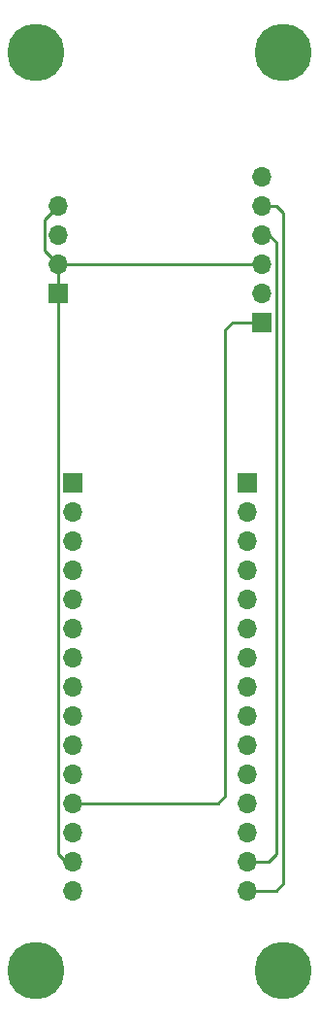
<source format=gbr>
%TF.GenerationSoftware,KiCad,Pcbnew,6.0.11-2627ca5db0~126~ubuntu20.04.1*%
%TF.CreationDate,2023-11-11T11:24:04-05:00*%
%TF.ProjectId,carrier-board,63617272-6965-4722-9d62-6f6172642e6b,rev?*%
%TF.SameCoordinates,Original*%
%TF.FileFunction,Copper,L1,Top*%
%TF.FilePolarity,Positive*%
%FSLAX46Y46*%
G04 Gerber Fmt 4.6, Leading zero omitted, Abs format (unit mm)*
G04 Created by KiCad (PCBNEW 6.0.11-2627ca5db0~126~ubuntu20.04.1) date 2023-11-11 11:24:04*
%MOMM*%
%LPD*%
G01*
G04 APERTURE LIST*
%TA.AperFunction,ComponentPad*%
%ADD10O,1.700000X1.700000*%
%TD*%
%TA.AperFunction,ComponentPad*%
%ADD11R,1.700000X1.700000*%
%TD*%
%TA.AperFunction,ComponentPad*%
%ADD12C,0.800000*%
%TD*%
%TA.AperFunction,ComponentPad*%
%ADD13C,5.000000*%
%TD*%
%TA.AperFunction,Conductor*%
%ADD14C,0.250000*%
%TD*%
G04 APERTURE END LIST*
D10*
%TO.P,STM1,15,Pin_15*%
%TO.N,unconnected-(STM1-Pad15)*%
X137835000Y-137820000D03*
%TO.P,STM1,14,GND*%
%TO.N,/GND*%
X137835000Y-135280000D03*
%TO.P,STM1,13,Pin_13*%
%TO.N,unconnected-(STM1-Pad13)*%
X137835000Y-132740000D03*
%TO.P,STM1,12,5V*%
%TO.N,Net-(BNO55_6P1-Pad1)*%
X137835000Y-130200000D03*
%TO.P,STM1,11,Pin_11*%
%TO.N,unconnected-(STM1-Pad11)*%
X137835000Y-127660000D03*
%TO.P,STM1,10,Pin_10*%
%TO.N,unconnected-(STM1-Pad10)*%
X137835000Y-125120000D03*
%TO.P,STM1,9,Pin_9*%
%TO.N,unconnected-(STM1-Pad9)*%
X137835000Y-122580000D03*
%TO.P,STM1,8,Pin_8*%
%TO.N,unconnected-(STM1-Pad8)*%
X137835000Y-120040000D03*
%TO.P,STM1,7,Pin_7*%
%TO.N,unconnected-(STM1-Pad7)*%
X137835000Y-117500000D03*
%TO.P,STM1,6,Pin_6*%
%TO.N,unconnected-(STM1-Pad6)*%
X137835000Y-114960000D03*
%TO.P,STM1,5,Pin_5*%
%TO.N,unconnected-(STM1-Pad5)*%
X137835000Y-112420000D03*
%TO.P,STM1,4,Pin_4*%
%TO.N,unconnected-(STM1-Pad4)*%
X137835000Y-109880000D03*
%TO.P,STM1,3,Pin_3*%
%TO.N,unconnected-(STM1-Pad3)*%
X137835000Y-107340000D03*
%TO.P,STM1,2,Pin_2*%
%TO.N,unconnected-(STM1-Pad2)*%
X137835000Y-104800000D03*
D11*
%TO.P,STM1,1,Pin_1*%
%TO.N,unconnected-(STM1-Pad1)*%
X137835000Y-102260000D03*
%TD*%
%TO.P,BNO55_4P1,1,PS0*%
%TO.N,/GND*%
X136540000Y-85750000D03*
D10*
%TO.P,BNO55_4P1,2,PS1*%
X136540000Y-83210000D03*
%TO.P,BNO55_4P1,3,INT*%
%TO.N,unconnected-(BNO55_4P1-Pad3)*%
X136540000Y-80670000D03*
%TO.P,BNO55_4P1,4,ADR*%
%TO.N,/GND*%
X136540000Y-78130000D03*
%TD*%
D12*
%TO.P,REF2,1*%
%TO.N,N/C*%
X154335000Y-64780000D03*
X154884175Y-66105825D03*
X154884175Y-63454175D03*
X157535825Y-63454175D03*
X158085000Y-64780000D03*
X156210000Y-62905000D03*
X157535825Y-66105825D03*
D13*
X156210000Y-64780000D03*
D12*
X156210000Y-66655000D03*
%TD*%
%TO.P,REF3,1*%
%TO.N,N/C*%
X135945825Y-146105825D03*
X134620000Y-146655000D03*
X133294175Y-143454175D03*
X134620000Y-142905000D03*
X136495000Y-144780000D03*
X133294175Y-146105825D03*
X135945825Y-143454175D03*
X132745000Y-144780000D03*
D13*
X134620000Y-144780000D03*
%TD*%
%TO.P,REF4,1*%
%TO.N,N/C*%
X156210000Y-144780000D03*
D12*
X157535825Y-143454175D03*
X154884175Y-146105825D03*
X156210000Y-146655000D03*
X157535825Y-146105825D03*
X158085000Y-144780000D03*
X154335000Y-144780000D03*
X154884175Y-143454175D03*
X156210000Y-142905000D03*
%TD*%
%TO.P,REF1,1*%
%TO.N,N/C*%
X135945825Y-66105825D03*
X134620000Y-62905000D03*
X135945825Y-63454175D03*
X133294175Y-63454175D03*
D13*
X134620000Y-64780000D03*
D12*
X134620000Y-66655000D03*
X132745000Y-64780000D03*
X136495000Y-64780000D03*
X133294175Y-66105825D03*
%TD*%
D11*
%TO.P,BNO55_6P1,1,VIN*%
%TO.N,Net-(BNO55_6P1-Pad1)*%
X154320000Y-88265000D03*
D10*
%TO.P,BNO55_6P1,2,3v0*%
%TO.N,unconnected-(BNO55_6P1-Pad2)*%
X154320000Y-85725000D03*
%TO.P,BNO55_6P1,3,GND*%
%TO.N,/GND*%
X154320000Y-83185000D03*
%TO.P,BNO55_6P1,4,SDA*%
%TO.N,Net-(BNO55_6P1-Pad4)*%
X154320000Y-80645000D03*
%TO.P,BNO55_6P1,5,SCL*%
%TO.N,Net-(BNO55_6P1-Pad5)*%
X154320000Y-78105000D03*
%TO.P,BNO55_6P1,6,RST*%
%TO.N,unconnected-(BNO55_6P1-Pad6)*%
X154320000Y-75565000D03*
%TD*%
%TO.P,STM2,15,SCL*%
%TO.N,Net-(BNO55_6P1-Pad5)*%
X153075000Y-137820000D03*
%TO.P,STM2,14,SDA*%
%TO.N,Net-(BNO55_6P1-Pad4)*%
X153075000Y-135280000D03*
%TO.P,STM2,13,Pin_13*%
%TO.N,unconnected-(STM2-Pad13)*%
X153075000Y-132740000D03*
%TO.P,STM2,12,Pin_12*%
%TO.N,unconnected-(STM2-Pad12)*%
X153075000Y-130200000D03*
%TO.P,STM2,11,Pin_11*%
%TO.N,unconnected-(STM2-Pad11)*%
X153075000Y-127660000D03*
%TO.P,STM2,10,Pin_10*%
%TO.N,unconnected-(STM2-Pad10)*%
X153075000Y-125120000D03*
%TO.P,STM2,9,Pin_9*%
%TO.N,unconnected-(STM2-Pad9)*%
X153075000Y-122580000D03*
%TO.P,STM2,8,Pin_8*%
%TO.N,unconnected-(STM2-Pad8)*%
X153075000Y-120040000D03*
%TO.P,STM2,7,Pin_7*%
%TO.N,unconnected-(STM2-Pad7)*%
X153075000Y-117500000D03*
%TO.P,STM2,6,Pin_6*%
%TO.N,unconnected-(STM2-Pad6)*%
X153075000Y-114960000D03*
%TO.P,STM2,5,Pin_5*%
%TO.N,unconnected-(STM2-Pad5)*%
X153075000Y-112420000D03*
%TO.P,STM2,4,Pin_4*%
%TO.N,unconnected-(STM2-Pad4)*%
X153075000Y-109880000D03*
%TO.P,STM2,3,Pin_3*%
%TO.N,unconnected-(STM2-Pad3)*%
X153075000Y-107340000D03*
%TO.P,STM2,2,Pin_2*%
%TO.N,unconnected-(STM2-Pad2)*%
X153075000Y-104800000D03*
D11*
%TO.P,STM2,1,Pin_1*%
%TO.N,unconnected-(STM2-Pad1)*%
X153075000Y-102260000D03*
%TD*%
D14*
%TO.N,/GND*%
X136540000Y-83210000D02*
X154295000Y-83210000D01*
X154295000Y-83210000D02*
X154320000Y-83185000D01*
X136540000Y-83210000D02*
X135365000Y-82035000D01*
X135365000Y-82035000D02*
X135365000Y-79305000D01*
X135365000Y-79305000D02*
X136540000Y-78130000D01*
X136540000Y-85750000D02*
X136540000Y-83210000D01*
X137835000Y-135280000D02*
X137185000Y-135280000D01*
X137185000Y-135280000D02*
X136525000Y-134620000D01*
X136525000Y-134620000D02*
X136540000Y-134605000D01*
X136540000Y-134605000D02*
X136540000Y-85750000D01*
%TO.N,Net-(BNO55_6P1-Pad5)*%
X153075000Y-137820000D02*
X155550000Y-137820000D01*
X155550000Y-137820000D02*
X156210000Y-137160000D01*
X156210000Y-137160000D02*
X156210000Y-78740000D01*
X156210000Y-78740000D02*
X155575000Y-78105000D01*
X155575000Y-78105000D02*
X154320000Y-78105000D01*
%TO.N,Net-(BNO55_6P1-Pad4)*%
X153075000Y-135280000D02*
X154915000Y-135280000D01*
X154915000Y-135280000D02*
X155575000Y-134620000D01*
X155575000Y-134620000D02*
X155575000Y-81280000D01*
X155575000Y-81280000D02*
X154940000Y-80645000D01*
X154940000Y-80645000D02*
X154320000Y-80645000D01*
%TO.N,Net-(BNO55_6P1-Pad1)*%
X137835000Y-130200000D02*
X150470000Y-130200000D01*
X150470000Y-130200000D02*
X151130000Y-129540000D01*
X151130000Y-129540000D02*
X151130000Y-88900000D01*
X151130000Y-88900000D02*
X151765000Y-88265000D01*
X151765000Y-88265000D02*
X154320000Y-88265000D01*
%TD*%
M02*

</source>
